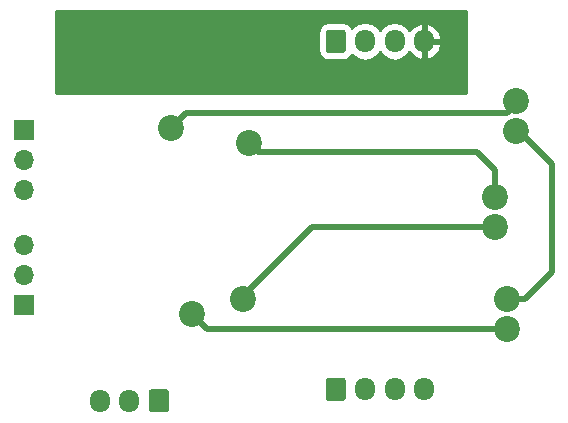
<source format=gbr>
G04 #@! TF.GenerationSoftware,KiCad,Pcbnew,(5.0.1)-3*
G04 #@! TF.CreationDate,2020-03-15T12:24:32-04:00*
G04 #@! TF.ProjectId,viparspectra-adapter,7669706172737065637472612D616461,rev?*
G04 #@! TF.SameCoordinates,Original*
G04 #@! TF.FileFunction,Copper,L2,Bot,Signal*
G04 #@! TF.FilePolarity,Positive*
%FSLAX46Y46*%
G04 Gerber Fmt 4.6, Leading zero omitted, Abs format (unit mm)*
G04 Created by KiCad (PCBNEW (5.0.1)-3) date 3/15/2020 12:24:32 PM*
%MOMM*%
%LPD*%
G01*
G04 APERTURE LIST*
G04 #@! TA.AperFunction,Conductor*
%ADD10C,0.100000*%
G04 #@! TD*
G04 #@! TA.AperFunction,ComponentPad*
%ADD11C,1.700000*%
G04 #@! TD*
G04 #@! TA.AperFunction,ComponentPad*
%ADD12O,1.700000X1.950000*%
G04 #@! TD*
G04 #@! TA.AperFunction,ComponentPad*
%ADD13O,1.700000X1.700000*%
G04 #@! TD*
G04 #@! TA.AperFunction,ComponentPad*
%ADD14R,1.700000X1.700000*%
G04 #@! TD*
G04 #@! TA.AperFunction,ViaPad*
%ADD15C,2.200000*%
G04 #@! TD*
G04 #@! TA.AperFunction,Conductor*
%ADD16C,0.500000*%
G04 #@! TD*
G04 #@! TA.AperFunction,Conductor*
%ADD17C,0.254000*%
G04 #@! TD*
G04 APERTURE END LIST*
D10*
G04 #@! TO.N,/ch1_input*
G04 #@! TO.C,J2*
G36*
X123824504Y-109226204D02*
X123848773Y-109229804D01*
X123872571Y-109235765D01*
X123895671Y-109244030D01*
X123917849Y-109254520D01*
X123938893Y-109267133D01*
X123958598Y-109281747D01*
X123976777Y-109298223D01*
X123993253Y-109316402D01*
X124007867Y-109336107D01*
X124020480Y-109357151D01*
X124030970Y-109379329D01*
X124039235Y-109402429D01*
X124045196Y-109426227D01*
X124048796Y-109450496D01*
X124050000Y-109475000D01*
X124050000Y-110925000D01*
X124048796Y-110949504D01*
X124045196Y-110973773D01*
X124039235Y-110997571D01*
X124030970Y-111020671D01*
X124020480Y-111042849D01*
X124007867Y-111063893D01*
X123993253Y-111083598D01*
X123976777Y-111101777D01*
X123958598Y-111118253D01*
X123938893Y-111132867D01*
X123917849Y-111145480D01*
X123895671Y-111155970D01*
X123872571Y-111164235D01*
X123848773Y-111170196D01*
X123824504Y-111173796D01*
X123800000Y-111175000D01*
X122600000Y-111175000D01*
X122575496Y-111173796D01*
X122551227Y-111170196D01*
X122527429Y-111164235D01*
X122504329Y-111155970D01*
X122482151Y-111145480D01*
X122461107Y-111132867D01*
X122441402Y-111118253D01*
X122423223Y-111101777D01*
X122406747Y-111083598D01*
X122392133Y-111063893D01*
X122379520Y-111042849D01*
X122369030Y-111020671D01*
X122360765Y-110997571D01*
X122354804Y-110973773D01*
X122351204Y-110949504D01*
X122350000Y-110925000D01*
X122350000Y-109475000D01*
X122351204Y-109450496D01*
X122354804Y-109426227D01*
X122360765Y-109402429D01*
X122369030Y-109379329D01*
X122379520Y-109357151D01*
X122392133Y-109336107D01*
X122406747Y-109316402D01*
X122423223Y-109298223D01*
X122441402Y-109281747D01*
X122461107Y-109267133D01*
X122482151Y-109254520D01*
X122504329Y-109244030D01*
X122527429Y-109235765D01*
X122551227Y-109229804D01*
X122575496Y-109226204D01*
X122600000Y-109225000D01*
X123800000Y-109225000D01*
X123824504Y-109226204D01*
X123824504Y-109226204D01*
G37*
D11*
G04 #@! TD*
G04 #@! TO.P,J2,1*
G04 #@! TO.N,/ch1_input*
X123200000Y-110200000D03*
D12*
G04 #@! TO.P,J2,2*
G04 #@! TO.N,GND*
X120700000Y-110200000D03*
G04 #@! TO.P,J2,3*
G04 #@! TO.N,/ch2_input*
X118200000Y-110200000D03*
G04 #@! TD*
D13*
G04 #@! TO.P,J3,3*
G04 #@! TO.N,/ch2_output*
X111831120Y-92379800D03*
G04 #@! TO.P,J3,2*
G04 #@! TO.N,/ch2_input*
X111831120Y-89839800D03*
D14*
G04 #@! TO.P,J3,1*
G04 #@! TO.N,Net-(J3-Pad1)*
X111831120Y-87299800D03*
G04 #@! TD*
G04 #@! TO.P,J4,1*
G04 #@! TO.N,Net-(J4-Pad1)*
X111760000Y-102108000D03*
D13*
G04 #@! TO.P,J4,2*
G04 #@! TO.N,/ch1_input*
X111760000Y-99568000D03*
G04 #@! TO.P,J4,3*
G04 #@! TO.N,/ch1_output*
X111760000Y-97028000D03*
G04 #@! TD*
D12*
G04 #@! TO.P,J5,4*
G04 #@! TO.N,GND*
X145676000Y-79756000D03*
G04 #@! TO.P,J5,3*
G04 #@! TO.N,/ch2_output*
X143176000Y-79756000D03*
G04 #@! TO.P,J5,2*
G04 #@! TO.N,Net-(D4-Pad2)*
X140676000Y-79756000D03*
D10*
G04 #@! TD*
G04 #@! TO.N,/ch1_enable*
G04 #@! TO.C,J5*
G36*
X138800504Y-78782204D02*
X138824773Y-78785804D01*
X138848571Y-78791765D01*
X138871671Y-78800030D01*
X138893849Y-78810520D01*
X138914893Y-78823133D01*
X138934598Y-78837747D01*
X138952777Y-78854223D01*
X138969253Y-78872402D01*
X138983867Y-78892107D01*
X138996480Y-78913151D01*
X139006970Y-78935329D01*
X139015235Y-78958429D01*
X139021196Y-78982227D01*
X139024796Y-79006496D01*
X139026000Y-79031000D01*
X139026000Y-80481000D01*
X139024796Y-80505504D01*
X139021196Y-80529773D01*
X139015235Y-80553571D01*
X139006970Y-80576671D01*
X138996480Y-80598849D01*
X138983867Y-80619893D01*
X138969253Y-80639598D01*
X138952777Y-80657777D01*
X138934598Y-80674253D01*
X138914893Y-80688867D01*
X138893849Y-80701480D01*
X138871671Y-80711970D01*
X138848571Y-80720235D01*
X138824773Y-80726196D01*
X138800504Y-80729796D01*
X138776000Y-80731000D01*
X137576000Y-80731000D01*
X137551496Y-80729796D01*
X137527227Y-80726196D01*
X137503429Y-80720235D01*
X137480329Y-80711970D01*
X137458151Y-80701480D01*
X137437107Y-80688867D01*
X137417402Y-80674253D01*
X137399223Y-80657777D01*
X137382747Y-80639598D01*
X137368133Y-80619893D01*
X137355520Y-80598849D01*
X137345030Y-80576671D01*
X137336765Y-80553571D01*
X137330804Y-80529773D01*
X137327204Y-80505504D01*
X137326000Y-80481000D01*
X137326000Y-79031000D01*
X137327204Y-79006496D01*
X137330804Y-78982227D01*
X137336765Y-78958429D01*
X137345030Y-78935329D01*
X137355520Y-78913151D01*
X137368133Y-78892107D01*
X137382747Y-78872402D01*
X137399223Y-78854223D01*
X137417402Y-78837747D01*
X137437107Y-78823133D01*
X137458151Y-78810520D01*
X137480329Y-78800030D01*
X137503429Y-78791765D01*
X137527227Y-78785804D01*
X137551496Y-78782204D01*
X137576000Y-78781000D01*
X138776000Y-78781000D01*
X138800504Y-78782204D01*
X138800504Y-78782204D01*
G37*
D11*
G04 #@! TO.P,J5,1*
G04 #@! TO.N,/ch1_enable*
X138176000Y-79756000D03*
G04 #@! TD*
D10*
G04 #@! TO.N,/ch2_enable*
G04 #@! TO.C,J6*
G36*
X138800504Y-108246204D02*
X138824773Y-108249804D01*
X138848571Y-108255765D01*
X138871671Y-108264030D01*
X138893849Y-108274520D01*
X138914893Y-108287133D01*
X138934598Y-108301747D01*
X138952777Y-108318223D01*
X138969253Y-108336402D01*
X138983867Y-108356107D01*
X138996480Y-108377151D01*
X139006970Y-108399329D01*
X139015235Y-108422429D01*
X139021196Y-108446227D01*
X139024796Y-108470496D01*
X139026000Y-108495000D01*
X139026000Y-109945000D01*
X139024796Y-109969504D01*
X139021196Y-109993773D01*
X139015235Y-110017571D01*
X139006970Y-110040671D01*
X138996480Y-110062849D01*
X138983867Y-110083893D01*
X138969253Y-110103598D01*
X138952777Y-110121777D01*
X138934598Y-110138253D01*
X138914893Y-110152867D01*
X138893849Y-110165480D01*
X138871671Y-110175970D01*
X138848571Y-110184235D01*
X138824773Y-110190196D01*
X138800504Y-110193796D01*
X138776000Y-110195000D01*
X137576000Y-110195000D01*
X137551496Y-110193796D01*
X137527227Y-110190196D01*
X137503429Y-110184235D01*
X137480329Y-110175970D01*
X137458151Y-110165480D01*
X137437107Y-110152867D01*
X137417402Y-110138253D01*
X137399223Y-110121777D01*
X137382747Y-110103598D01*
X137368133Y-110083893D01*
X137355520Y-110062849D01*
X137345030Y-110040671D01*
X137336765Y-110017571D01*
X137330804Y-109993773D01*
X137327204Y-109969504D01*
X137326000Y-109945000D01*
X137326000Y-108495000D01*
X137327204Y-108470496D01*
X137330804Y-108446227D01*
X137336765Y-108422429D01*
X137345030Y-108399329D01*
X137355520Y-108377151D01*
X137368133Y-108356107D01*
X137382747Y-108336402D01*
X137399223Y-108318223D01*
X137417402Y-108301747D01*
X137437107Y-108287133D01*
X137458151Y-108274520D01*
X137480329Y-108264030D01*
X137503429Y-108255765D01*
X137527227Y-108249804D01*
X137551496Y-108246204D01*
X137576000Y-108245000D01*
X138776000Y-108245000D01*
X138800504Y-108246204D01*
X138800504Y-108246204D01*
G37*
D11*
G04 #@! TD*
G04 #@! TO.P,J6,1*
G04 #@! TO.N,/ch2_enable*
X138176000Y-109220000D03*
D12*
G04 #@! TO.P,J6,2*
G04 #@! TO.N,Net-(D5-Pad2)*
X140676000Y-109220000D03*
G04 #@! TO.P,J6,3*
G04 #@! TO.N,/ch1_output*
X143176000Y-109220000D03*
G04 #@! TO.P,J6,4*
G04 #@! TO.N,GND*
X145676000Y-109220000D03*
G04 #@! TD*
D15*
G04 #@! TO.N,+12V*
X153416000Y-87376000D03*
X152654000Y-101600000D03*
G04 #@! TO.N,/ch1_output*
X152654000Y-104140000D03*
X125984000Y-102870000D03*
G04 #@! TO.N,/ch2_output*
X124242500Y-87122000D03*
X153416000Y-84836000D03*
G04 #@! TO.N,/Vref*
X151638000Y-92964000D03*
X130810000Y-88392000D03*
X151638000Y-95504000D03*
X130302000Y-101600000D03*
G04 #@! TD*
D16*
G04 #@! TO.N,+12V*
X156464000Y-90170000D02*
X156464000Y-99314000D01*
X153416000Y-87376000D02*
X153670000Y-87376000D01*
X153670000Y-87376000D02*
X156464000Y-90170000D01*
X154178000Y-101600000D02*
X156464000Y-99314000D01*
X152654000Y-101600000D02*
X154178000Y-101600000D01*
G04 #@! TO.N,/ch1_output*
X127254000Y-104140000D02*
X125984000Y-102870000D01*
X152654000Y-104140000D02*
X127254000Y-104140000D01*
G04 #@! TO.N,/ch2_output*
X124242500Y-87085500D02*
X124242500Y-87122000D01*
X152654000Y-85852000D02*
X125476000Y-85852000D01*
X125476000Y-85852000D02*
X124242500Y-87085500D01*
X153416000Y-85090000D02*
X152654000Y-85852000D01*
X153416000Y-84836000D02*
X153416000Y-85090000D01*
G04 #@! TO.N,/Vref*
X131572000Y-89154000D02*
X130810000Y-88392000D01*
X150114000Y-89154000D02*
X131572000Y-89154000D01*
X136144000Y-95504000D02*
X130302000Y-101346000D01*
X130302000Y-101346000D02*
X130302000Y-101600000D01*
X151638000Y-90678000D02*
X150114000Y-89154000D01*
X151638000Y-92964000D02*
X151638000Y-90678000D01*
X151638000Y-95504000D02*
X136144000Y-95504000D01*
G04 #@! TD*
D17*
G04 #@! TO.N,GND*
G36*
X149255480Y-84122260D02*
X114513360Y-84122260D01*
X114513360Y-79031000D01*
X136678560Y-79031000D01*
X136678560Y-80481000D01*
X136746874Y-80824435D01*
X136941414Y-81115586D01*
X137232565Y-81310126D01*
X137576000Y-81378440D01*
X138776000Y-81378440D01*
X139119435Y-81310126D01*
X139410586Y-81115586D01*
X139562758Y-80887844D01*
X139605375Y-80951625D01*
X140096583Y-81279839D01*
X140676000Y-81395092D01*
X141255418Y-81279839D01*
X141746625Y-80951625D01*
X141926000Y-80683171D01*
X142105375Y-80951625D01*
X142596583Y-81279839D01*
X143176000Y-81395092D01*
X143755418Y-81279839D01*
X144246625Y-80951625D01*
X144429246Y-80678313D01*
X144804807Y-81083497D01*
X145319110Y-81322476D01*
X145549000Y-81201155D01*
X145549000Y-79883000D01*
X145803000Y-79883000D01*
X145803000Y-81201155D01*
X146032890Y-81322476D01*
X146547193Y-81083497D01*
X146941053Y-80658571D01*
X147142320Y-80115267D01*
X147002165Y-79883000D01*
X145803000Y-79883000D01*
X145549000Y-79883000D01*
X145529000Y-79883000D01*
X145529000Y-79629000D01*
X145549000Y-79629000D01*
X145549000Y-78310845D01*
X145803000Y-78310845D01*
X145803000Y-79629000D01*
X147002165Y-79629000D01*
X147142320Y-79396733D01*
X146941053Y-78853429D01*
X146547193Y-78428503D01*
X146032890Y-78189524D01*
X145803000Y-78310845D01*
X145549000Y-78310845D01*
X145319110Y-78189524D01*
X144804807Y-78428503D01*
X144429246Y-78833687D01*
X144246625Y-78560375D01*
X143755417Y-78232161D01*
X143176000Y-78116908D01*
X142596582Y-78232161D01*
X142105375Y-78560375D01*
X141926000Y-78828829D01*
X141746625Y-78560375D01*
X141255417Y-78232161D01*
X140676000Y-78116908D01*
X140096582Y-78232161D01*
X139605375Y-78560375D01*
X139562758Y-78624156D01*
X139410586Y-78396414D01*
X139119435Y-78201874D01*
X138776000Y-78133560D01*
X137576000Y-78133560D01*
X137232565Y-78201874D01*
X136941414Y-78396414D01*
X136746874Y-78687565D01*
X136678560Y-79031000D01*
X114513360Y-79031000D01*
X114513360Y-77210000D01*
X149255480Y-77210000D01*
X149255480Y-84122260D01*
X149255480Y-84122260D01*
G37*
X149255480Y-84122260D02*
X114513360Y-84122260D01*
X114513360Y-79031000D01*
X136678560Y-79031000D01*
X136678560Y-80481000D01*
X136746874Y-80824435D01*
X136941414Y-81115586D01*
X137232565Y-81310126D01*
X137576000Y-81378440D01*
X138776000Y-81378440D01*
X139119435Y-81310126D01*
X139410586Y-81115586D01*
X139562758Y-80887844D01*
X139605375Y-80951625D01*
X140096583Y-81279839D01*
X140676000Y-81395092D01*
X141255418Y-81279839D01*
X141746625Y-80951625D01*
X141926000Y-80683171D01*
X142105375Y-80951625D01*
X142596583Y-81279839D01*
X143176000Y-81395092D01*
X143755418Y-81279839D01*
X144246625Y-80951625D01*
X144429246Y-80678313D01*
X144804807Y-81083497D01*
X145319110Y-81322476D01*
X145549000Y-81201155D01*
X145549000Y-79883000D01*
X145803000Y-79883000D01*
X145803000Y-81201155D01*
X146032890Y-81322476D01*
X146547193Y-81083497D01*
X146941053Y-80658571D01*
X147142320Y-80115267D01*
X147002165Y-79883000D01*
X145803000Y-79883000D01*
X145549000Y-79883000D01*
X145529000Y-79883000D01*
X145529000Y-79629000D01*
X145549000Y-79629000D01*
X145549000Y-78310845D01*
X145803000Y-78310845D01*
X145803000Y-79629000D01*
X147002165Y-79629000D01*
X147142320Y-79396733D01*
X146941053Y-78853429D01*
X146547193Y-78428503D01*
X146032890Y-78189524D01*
X145803000Y-78310845D01*
X145549000Y-78310845D01*
X145319110Y-78189524D01*
X144804807Y-78428503D01*
X144429246Y-78833687D01*
X144246625Y-78560375D01*
X143755417Y-78232161D01*
X143176000Y-78116908D01*
X142596582Y-78232161D01*
X142105375Y-78560375D01*
X141926000Y-78828829D01*
X141746625Y-78560375D01*
X141255417Y-78232161D01*
X140676000Y-78116908D01*
X140096582Y-78232161D01*
X139605375Y-78560375D01*
X139562758Y-78624156D01*
X139410586Y-78396414D01*
X139119435Y-78201874D01*
X138776000Y-78133560D01*
X137576000Y-78133560D01*
X137232565Y-78201874D01*
X136941414Y-78396414D01*
X136746874Y-78687565D01*
X136678560Y-79031000D01*
X114513360Y-79031000D01*
X114513360Y-77210000D01*
X149255480Y-77210000D01*
X149255480Y-84122260D01*
G04 #@! TD*
M02*

</source>
